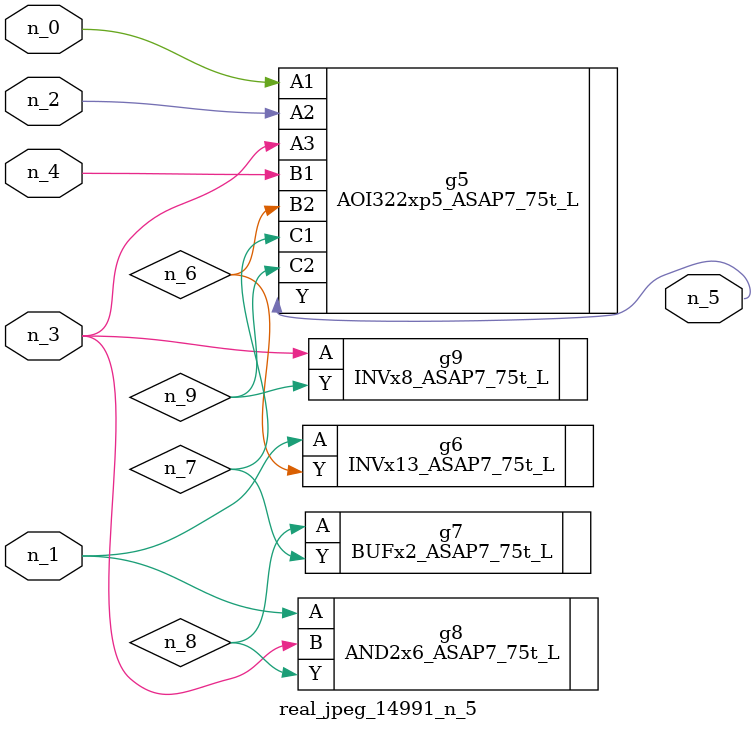
<source format=v>
module real_jpeg_14991_n_5 (n_4, n_0, n_1, n_2, n_3, n_5);

input n_4;
input n_0;
input n_1;
input n_2;
input n_3;

output n_5;

wire n_8;
wire n_6;
wire n_7;
wire n_9;

AOI322xp5_ASAP7_75t_L g5 ( 
.A1(n_0),
.A2(n_2),
.A3(n_3),
.B1(n_4),
.B2(n_6),
.C1(n_7),
.C2(n_9),
.Y(n_5)
);

INVx13_ASAP7_75t_L g6 ( 
.A(n_1),
.Y(n_6)
);

AND2x6_ASAP7_75t_L g8 ( 
.A(n_1),
.B(n_3),
.Y(n_8)
);

INVx8_ASAP7_75t_L g9 ( 
.A(n_3),
.Y(n_9)
);

BUFx2_ASAP7_75t_L g7 ( 
.A(n_8),
.Y(n_7)
);


endmodule
</source>
